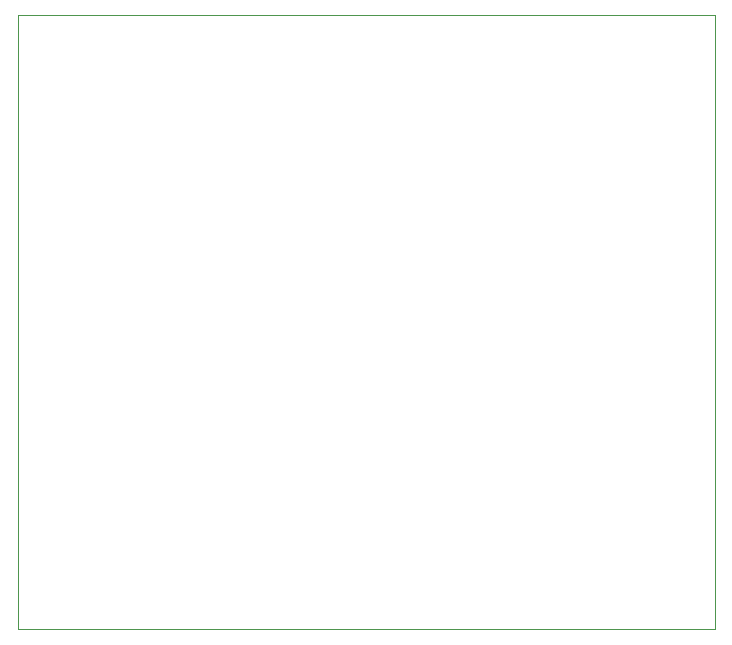
<source format=gbr>
%TF.GenerationSoftware,KiCad,Pcbnew,(5.99.0-3097-g8601b1e63)*%
%TF.CreationDate,2020-09-03T20:39:07+02:00*%
%TF.ProjectId,FD3,4644332e-6b69-4636-9164-5f7063625858,rev?*%
%TF.SameCoordinates,Original*%
%TF.FileFunction,Profile,NP*%
%FSLAX46Y46*%
G04 Gerber Fmt 4.6, Leading zero omitted, Abs format (unit mm)*
G04 Created by KiCad (PCBNEW (5.99.0-3097-g8601b1e63)) date 2020-09-03 20:39:07*
%MOMM*%
%LPD*%
G01*
G04 APERTURE LIST*
%TA.AperFunction,Profile*%
%ADD10C,0.050000*%
%TD*%
G04 APERTURE END LIST*
D10*
X164000000Y-41000000D02*
X164000000Y-42000000D01*
X223000000Y-41000000D02*
X164000000Y-41000000D01*
X223000000Y-93000000D02*
X223000000Y-41000000D01*
X164000000Y-93000000D02*
X223000000Y-93000000D01*
X164000000Y-42000000D02*
X164000000Y-93000000D01*
M02*

</source>
